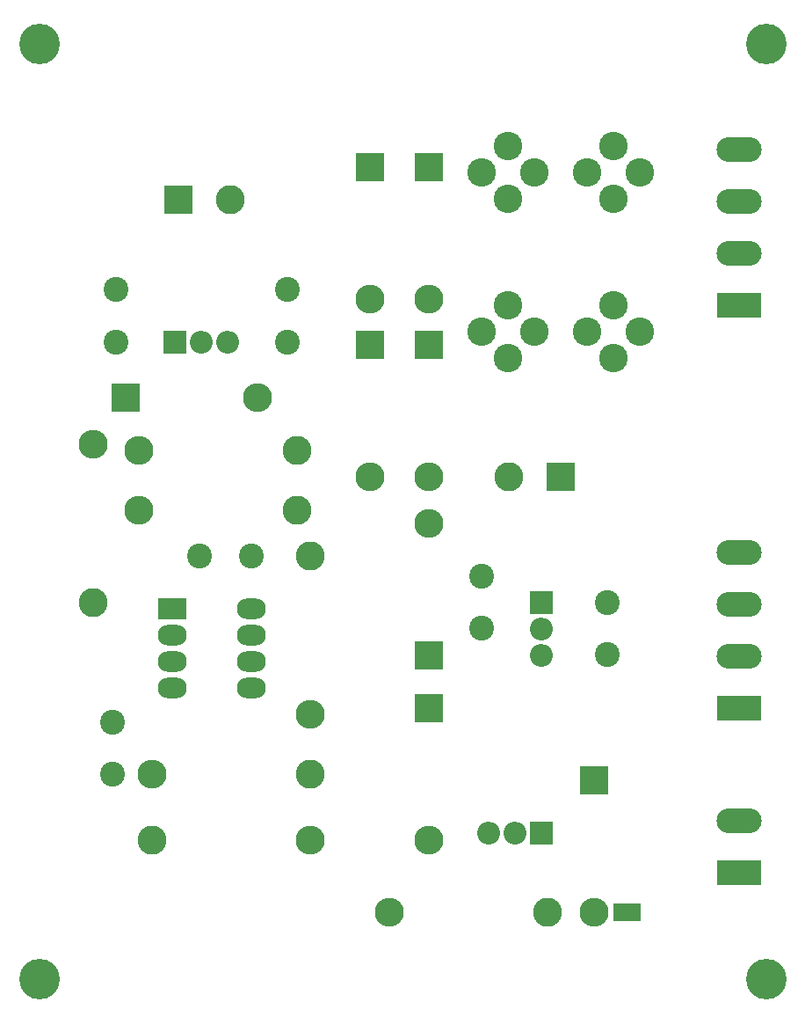
<source format=gbr>
G04 #@! TF.FileFunction,Soldermask,Top*
%FSLAX46Y46*%
G04 Gerber Fmt 4.6, Leading zero omitted, Abs format (unit mm)*
G04 Created by KiCad (PCBNEW 4.0.6) date Thu Apr 29 15:37:00 2021*
%MOMM*%
%LPD*%
G01*
G04 APERTURE LIST*
%ADD10C,0.100000*%
%ADD11R,2.800000X2.800000*%
%ADD12C,2.800000*%
%ADD13C,2.400000*%
%ADD14O,2.800000X2.800000*%
%ADD15C,2.750000*%
%ADD16R,4.360000X2.380000*%
%ADD17O,4.360000X2.380000*%
%ADD18R,2.200000X2.200000*%
%ADD19O,2.200000X2.200000*%
%ADD20R,2.800000X2.000000*%
%ADD21O,2.800000X2.000000*%
%ADD22R,1.370000X1.670000*%
%ADD23C,3.900120*%
G04 APERTURE END LIST*
D10*
D11*
X83820000Y-103505000D03*
D12*
X88820000Y-103505000D03*
D11*
X120650000Y-130175000D03*
D12*
X115650000Y-130175000D03*
D13*
X77787500Y-117157500D03*
X77787500Y-112157500D03*
X113030000Y-139700000D03*
X113030000Y-144700000D03*
X94297500Y-117157500D03*
X94297500Y-112157500D03*
X125095000Y-142240000D03*
X125095000Y-147240000D03*
X77470000Y-158750000D03*
X77470000Y-153750000D03*
X90805000Y-137795000D03*
X85805000Y-137795000D03*
D11*
X102235000Y-100330000D03*
D14*
X102235000Y-113030000D03*
D11*
X107950000Y-100330000D03*
D14*
X107950000Y-113030000D03*
D11*
X107950000Y-117475000D03*
D14*
X107950000Y-130175000D03*
D11*
X102235000Y-117475000D03*
D14*
X102235000Y-130175000D03*
D11*
X78740000Y-122555000D03*
D14*
X91440000Y-122555000D03*
D11*
X107950000Y-147320000D03*
D14*
X107950000Y-134620000D03*
D11*
X107950000Y-152400000D03*
D14*
X107950000Y-165100000D03*
D11*
X123825000Y-159385000D03*
D14*
X123825000Y-172085000D03*
D15*
X125730000Y-103425000D03*
X125730000Y-98345000D03*
X125730000Y-113665000D03*
X125730000Y-118745000D03*
X123190000Y-100885000D03*
X128270000Y-100885000D03*
X123190000Y-116205000D03*
X128270000Y-116205000D03*
X115570000Y-103425000D03*
X115570000Y-98345000D03*
X115570000Y-113665000D03*
X115570000Y-118745000D03*
X113030000Y-100885000D03*
X118110000Y-100885000D03*
X113030000Y-116205000D03*
X118110000Y-116205000D03*
D16*
X137795000Y-168275000D03*
D17*
X137795000Y-163275000D03*
D16*
X137795000Y-152400000D03*
D17*
X137795000Y-147400000D03*
X137795000Y-137400000D03*
X137795000Y-142400000D03*
D16*
X137795000Y-113665000D03*
D17*
X137795000Y-108665000D03*
X137795000Y-98665000D03*
X137795000Y-103665000D03*
D18*
X118745000Y-164465000D03*
D19*
X116205000Y-164465000D03*
X113665000Y-164465000D03*
D12*
X81280000Y-165100000D03*
D14*
X96520000Y-165100000D03*
D12*
X96520000Y-137795000D03*
D14*
X96520000Y-153035000D03*
D12*
X96520000Y-158750000D03*
D14*
X81280000Y-158750000D03*
D12*
X95250000Y-127635000D03*
D14*
X80010000Y-127635000D03*
D12*
X75565000Y-142240000D03*
D14*
X75565000Y-127000000D03*
D12*
X119380000Y-172085000D03*
D14*
X104140000Y-172085000D03*
D12*
X95250000Y-133350000D03*
D14*
X80010000Y-133350000D03*
D18*
X83502500Y-117157500D03*
D19*
X86042500Y-117157500D03*
X88582500Y-117157500D03*
D18*
X118745000Y-142240000D03*
D19*
X118745000Y-144780000D03*
X118745000Y-147320000D03*
D20*
X83185000Y-142875000D03*
D21*
X90805000Y-150495000D03*
X83185000Y-145415000D03*
X90805000Y-147955000D03*
X83185000Y-147955000D03*
X90805000Y-145415000D03*
X83185000Y-150495000D03*
X90805000Y-142875000D03*
D22*
X126360000Y-172085000D03*
X127640000Y-172085000D03*
D23*
X140413740Y-178513740D03*
X70413880Y-178513740D03*
X70413880Y-88513920D03*
X140413740Y-88513920D03*
M02*

</source>
